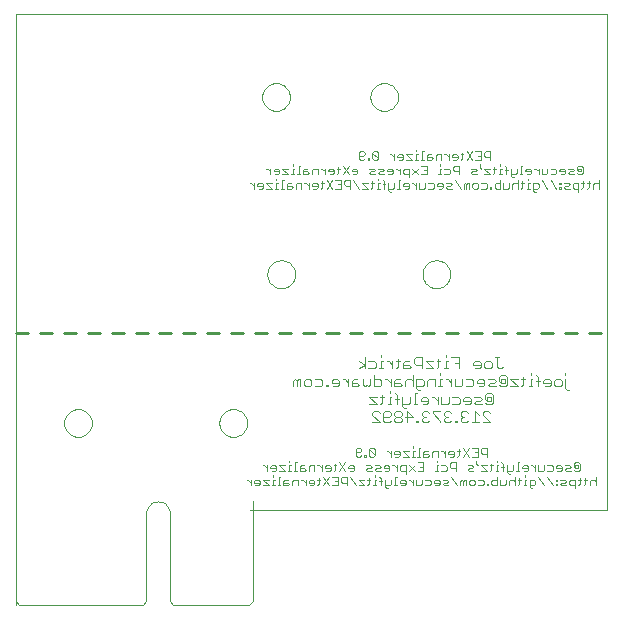
<source format=gbo>
G75*
%MOIN*%
%OFA0B0*%
%FSLAX24Y24*%
%IPPOS*%
%LPD*%
%AMOC8*
5,1,8,0,0,1.08239X$1,22.5*
%
%ADD10C,0.0000*%
%ADD11C,0.0030*%
%ADD12C,0.0100*%
%ADD13C,0.0028*%
D10*
X000150Y000110D02*
X000150Y019795D01*
X019835Y019795D01*
X019835Y003259D01*
X007926Y003259D01*
X006919Y006173D02*
X006921Y006216D01*
X006927Y006258D01*
X006937Y006300D01*
X006950Y006340D01*
X006968Y006379D01*
X006988Y006417D01*
X007013Y006452D01*
X007040Y006485D01*
X007070Y006515D01*
X007103Y006542D01*
X007138Y006567D01*
X007176Y006587D01*
X007215Y006605D01*
X007255Y006618D01*
X007297Y006628D01*
X007339Y006634D01*
X007382Y006636D01*
X007425Y006634D01*
X007467Y006628D01*
X007509Y006618D01*
X007549Y006605D01*
X007588Y006587D01*
X007626Y006567D01*
X007661Y006542D01*
X007694Y006515D01*
X007724Y006485D01*
X007751Y006452D01*
X007776Y006417D01*
X007796Y006379D01*
X007814Y006340D01*
X007827Y006300D01*
X007837Y006258D01*
X007843Y006216D01*
X007845Y006173D01*
X007843Y006130D01*
X007837Y006088D01*
X007827Y006046D01*
X007814Y006006D01*
X007796Y005967D01*
X007776Y005929D01*
X007751Y005894D01*
X007724Y005861D01*
X007694Y005831D01*
X007661Y005804D01*
X007626Y005779D01*
X007588Y005759D01*
X007549Y005741D01*
X007509Y005728D01*
X007467Y005718D01*
X007425Y005712D01*
X007382Y005710D01*
X007339Y005712D01*
X007297Y005718D01*
X007255Y005728D01*
X007215Y005741D01*
X007176Y005759D01*
X007138Y005779D01*
X007103Y005804D01*
X007070Y005831D01*
X007040Y005861D01*
X007013Y005894D01*
X006988Y005929D01*
X006968Y005967D01*
X006950Y006006D01*
X006937Y006046D01*
X006927Y006088D01*
X006921Y006130D01*
X006919Y006173D01*
X001746Y006173D02*
X001748Y006216D01*
X001754Y006258D01*
X001764Y006300D01*
X001777Y006340D01*
X001795Y006379D01*
X001815Y006417D01*
X001840Y006452D01*
X001867Y006485D01*
X001897Y006515D01*
X001930Y006542D01*
X001965Y006567D01*
X002003Y006587D01*
X002042Y006605D01*
X002082Y006618D01*
X002124Y006628D01*
X002166Y006634D01*
X002209Y006636D01*
X002252Y006634D01*
X002294Y006628D01*
X002336Y006618D01*
X002376Y006605D01*
X002415Y006587D01*
X002453Y006567D01*
X002488Y006542D01*
X002521Y006515D01*
X002551Y006485D01*
X002578Y006452D01*
X002603Y006417D01*
X002623Y006379D01*
X002641Y006340D01*
X002654Y006300D01*
X002664Y006258D01*
X002670Y006216D01*
X002672Y006173D01*
X002670Y006130D01*
X002664Y006088D01*
X002654Y006046D01*
X002641Y006006D01*
X002623Y005967D01*
X002603Y005929D01*
X002578Y005894D01*
X002551Y005861D01*
X002521Y005831D01*
X002488Y005804D01*
X002453Y005779D01*
X002415Y005759D01*
X002376Y005741D01*
X002336Y005728D01*
X002294Y005718D01*
X002252Y005712D01*
X002209Y005710D01*
X002166Y005712D01*
X002124Y005718D01*
X002082Y005728D01*
X002042Y005741D01*
X002003Y005759D01*
X001965Y005779D01*
X001930Y005804D01*
X001897Y005831D01*
X001867Y005861D01*
X001840Y005894D01*
X001815Y005929D01*
X001795Y005967D01*
X001777Y006006D01*
X001764Y006046D01*
X001754Y006088D01*
X001748Y006130D01*
X001746Y006173D01*
X008518Y011133D02*
X008520Y011176D01*
X008526Y011218D01*
X008536Y011260D01*
X008549Y011300D01*
X008567Y011339D01*
X008587Y011377D01*
X008612Y011412D01*
X008639Y011445D01*
X008669Y011475D01*
X008702Y011502D01*
X008737Y011527D01*
X008775Y011547D01*
X008814Y011565D01*
X008854Y011578D01*
X008896Y011588D01*
X008938Y011594D01*
X008981Y011596D01*
X009024Y011594D01*
X009066Y011588D01*
X009108Y011578D01*
X009148Y011565D01*
X009187Y011547D01*
X009225Y011527D01*
X009260Y011502D01*
X009293Y011475D01*
X009323Y011445D01*
X009350Y011412D01*
X009375Y011377D01*
X009395Y011339D01*
X009413Y011300D01*
X009426Y011260D01*
X009436Y011218D01*
X009442Y011176D01*
X009444Y011133D01*
X009442Y011090D01*
X009436Y011048D01*
X009426Y011006D01*
X009413Y010966D01*
X009395Y010927D01*
X009375Y010889D01*
X009350Y010854D01*
X009323Y010821D01*
X009293Y010791D01*
X009260Y010764D01*
X009225Y010739D01*
X009187Y010719D01*
X009148Y010701D01*
X009108Y010688D01*
X009066Y010678D01*
X009024Y010672D01*
X008981Y010670D01*
X008938Y010672D01*
X008896Y010678D01*
X008854Y010688D01*
X008814Y010701D01*
X008775Y010719D01*
X008737Y010739D01*
X008702Y010764D01*
X008669Y010791D01*
X008639Y010821D01*
X008612Y010854D01*
X008587Y010889D01*
X008567Y010927D01*
X008549Y010966D01*
X008536Y011006D01*
X008526Y011048D01*
X008520Y011090D01*
X008518Y011133D01*
X013691Y011133D02*
X013693Y011176D01*
X013699Y011218D01*
X013709Y011260D01*
X013722Y011300D01*
X013740Y011339D01*
X013760Y011377D01*
X013785Y011412D01*
X013812Y011445D01*
X013842Y011475D01*
X013875Y011502D01*
X013910Y011527D01*
X013948Y011547D01*
X013987Y011565D01*
X014027Y011578D01*
X014069Y011588D01*
X014111Y011594D01*
X014154Y011596D01*
X014197Y011594D01*
X014239Y011588D01*
X014281Y011578D01*
X014321Y011565D01*
X014360Y011547D01*
X014398Y011527D01*
X014433Y011502D01*
X014466Y011475D01*
X014496Y011445D01*
X014523Y011412D01*
X014548Y011377D01*
X014568Y011339D01*
X014586Y011300D01*
X014599Y011260D01*
X014609Y011218D01*
X014615Y011176D01*
X014617Y011133D01*
X014615Y011090D01*
X014609Y011048D01*
X014599Y011006D01*
X014586Y010966D01*
X014568Y010927D01*
X014548Y010889D01*
X014523Y010854D01*
X014496Y010821D01*
X014466Y010791D01*
X014433Y010764D01*
X014398Y010739D01*
X014360Y010719D01*
X014321Y010701D01*
X014281Y010688D01*
X014239Y010678D01*
X014197Y010672D01*
X014154Y010670D01*
X014111Y010672D01*
X014069Y010678D01*
X014027Y010688D01*
X013987Y010701D01*
X013948Y010719D01*
X013910Y010739D01*
X013875Y010764D01*
X013842Y010791D01*
X013812Y010821D01*
X013785Y010854D01*
X013760Y010889D01*
X013740Y010927D01*
X013722Y010966D01*
X013709Y011006D01*
X013699Y011048D01*
X013693Y011090D01*
X013691Y011133D01*
X011951Y017039D02*
X011953Y017082D01*
X011959Y017124D01*
X011969Y017166D01*
X011982Y017206D01*
X012000Y017245D01*
X012020Y017283D01*
X012045Y017318D01*
X012072Y017351D01*
X012102Y017381D01*
X012135Y017408D01*
X012170Y017433D01*
X012208Y017453D01*
X012247Y017471D01*
X012287Y017484D01*
X012329Y017494D01*
X012371Y017500D01*
X012414Y017502D01*
X012457Y017500D01*
X012499Y017494D01*
X012541Y017484D01*
X012581Y017471D01*
X012620Y017453D01*
X012658Y017433D01*
X012693Y017408D01*
X012726Y017381D01*
X012756Y017351D01*
X012783Y017318D01*
X012808Y017283D01*
X012828Y017245D01*
X012846Y017206D01*
X012859Y017166D01*
X012869Y017124D01*
X012875Y017082D01*
X012877Y017039D01*
X012875Y016996D01*
X012869Y016954D01*
X012859Y016912D01*
X012846Y016872D01*
X012828Y016833D01*
X012808Y016795D01*
X012783Y016760D01*
X012756Y016727D01*
X012726Y016697D01*
X012693Y016670D01*
X012658Y016645D01*
X012620Y016625D01*
X012581Y016607D01*
X012541Y016594D01*
X012499Y016584D01*
X012457Y016578D01*
X012414Y016576D01*
X012371Y016578D01*
X012329Y016584D01*
X012287Y016594D01*
X012247Y016607D01*
X012208Y016625D01*
X012170Y016645D01*
X012135Y016670D01*
X012102Y016697D01*
X012072Y016727D01*
X012045Y016760D01*
X012020Y016795D01*
X012000Y016833D01*
X011982Y016872D01*
X011969Y016912D01*
X011959Y016954D01*
X011953Y016996D01*
X011951Y017039D01*
X008348Y017039D02*
X008350Y017082D01*
X008356Y017124D01*
X008366Y017166D01*
X008379Y017206D01*
X008397Y017245D01*
X008417Y017283D01*
X008442Y017318D01*
X008469Y017351D01*
X008499Y017381D01*
X008532Y017408D01*
X008567Y017433D01*
X008605Y017453D01*
X008644Y017471D01*
X008684Y017484D01*
X008726Y017494D01*
X008768Y017500D01*
X008811Y017502D01*
X008854Y017500D01*
X008896Y017494D01*
X008938Y017484D01*
X008978Y017471D01*
X009017Y017453D01*
X009055Y017433D01*
X009090Y017408D01*
X009123Y017381D01*
X009153Y017351D01*
X009180Y017318D01*
X009205Y017283D01*
X009225Y017245D01*
X009243Y017206D01*
X009256Y017166D01*
X009266Y017124D01*
X009272Y017082D01*
X009274Y017039D01*
X009272Y016996D01*
X009266Y016954D01*
X009256Y016912D01*
X009243Y016872D01*
X009225Y016833D01*
X009205Y016795D01*
X009180Y016760D01*
X009153Y016727D01*
X009123Y016697D01*
X009090Y016670D01*
X009055Y016645D01*
X009017Y016625D01*
X008978Y016607D01*
X008938Y016594D01*
X008896Y016584D01*
X008854Y016578D01*
X008811Y016576D01*
X008768Y016578D01*
X008726Y016584D01*
X008684Y016594D01*
X008644Y016607D01*
X008605Y016625D01*
X008567Y016645D01*
X008532Y016670D01*
X008499Y016697D01*
X008469Y016727D01*
X008442Y016760D01*
X008417Y016795D01*
X008397Y016833D01*
X008379Y016872D01*
X008366Y016912D01*
X008356Y016954D01*
X008350Y016996D01*
X008348Y017039D01*
D11*
X009360Y014801D02*
X009360Y014753D01*
X009360Y014656D02*
X009360Y014463D01*
X009312Y014463D02*
X009409Y014463D01*
X009509Y014463D02*
X009605Y014463D01*
X009557Y014463D02*
X009557Y014753D01*
X009605Y014753D01*
X009706Y014608D02*
X009706Y014463D01*
X009852Y014463D01*
X009900Y014511D01*
X009852Y014559D01*
X009706Y014559D01*
X009706Y014608D02*
X009755Y014656D01*
X009852Y014656D01*
X010001Y014608D02*
X010001Y014463D01*
X010001Y014608D02*
X010049Y014656D01*
X010195Y014656D01*
X010195Y014463D01*
X010295Y014656D02*
X010343Y014656D01*
X010440Y014559D01*
X010440Y014463D02*
X010440Y014656D01*
X010541Y014608D02*
X010541Y014559D01*
X010735Y014559D01*
X010735Y014511D02*
X010735Y014608D01*
X010686Y014656D01*
X010590Y014656D01*
X010541Y014608D01*
X010590Y014463D02*
X010686Y014463D01*
X010735Y014511D01*
X010834Y014463D02*
X010883Y014511D01*
X010883Y014705D01*
X010931Y014656D02*
X010834Y014656D01*
X011032Y014753D02*
X011226Y014463D01*
X011327Y014559D02*
X011521Y014559D01*
X011521Y014511D02*
X011521Y014608D01*
X011472Y014656D01*
X011375Y014656D01*
X011327Y014608D01*
X011327Y014559D01*
X011375Y014463D02*
X011472Y014463D01*
X011521Y014511D01*
X011376Y014273D02*
X011570Y013983D01*
X011671Y013983D02*
X011864Y013983D01*
X011671Y014176D01*
X011864Y014176D01*
X011964Y014176D02*
X012061Y014176D01*
X012012Y014225D02*
X012012Y014031D01*
X011964Y013983D01*
X012160Y013983D02*
X012257Y013983D01*
X012209Y013983D02*
X012209Y014176D01*
X012257Y014176D01*
X012209Y014273D02*
X012209Y014321D01*
X012259Y014463D02*
X012211Y014511D01*
X012259Y014559D01*
X012356Y014559D01*
X012404Y014608D01*
X012356Y014656D01*
X012211Y014656D01*
X012110Y014608D02*
X012061Y014656D01*
X011916Y014656D01*
X011965Y014559D02*
X012061Y014559D01*
X012110Y014608D01*
X012110Y014463D02*
X011965Y014463D01*
X011916Y014511D01*
X011965Y014559D01*
X011913Y014943D02*
X011865Y014943D01*
X011865Y014991D01*
X011913Y014991D01*
X011913Y014943D01*
X012015Y014991D02*
X012063Y014943D01*
X012160Y014943D01*
X012208Y014991D01*
X012015Y015185D01*
X012015Y014991D01*
X012208Y014991D02*
X012208Y015185D01*
X012160Y015233D01*
X012063Y015233D01*
X012015Y015185D01*
X011766Y015185D02*
X011766Y015136D01*
X011718Y015088D01*
X011573Y015088D01*
X011573Y014991D02*
X011573Y015185D01*
X011621Y015233D01*
X011718Y015233D01*
X011766Y015185D01*
X011766Y014991D02*
X011718Y014943D01*
X011621Y014943D01*
X011573Y014991D01*
X011226Y014753D02*
X011032Y014463D01*
X010980Y014273D02*
X010980Y013983D01*
X010787Y013983D01*
X010686Y013983D02*
X010492Y014273D01*
X010391Y014176D02*
X010294Y014176D01*
X010343Y014225D02*
X010343Y014031D01*
X010294Y013983D01*
X010195Y014031D02*
X010195Y014128D01*
X010146Y014176D01*
X010049Y014176D01*
X010001Y014128D01*
X010001Y014079D01*
X010195Y014079D01*
X010195Y014031D02*
X010146Y013983D01*
X010049Y013983D01*
X009900Y013983D02*
X009900Y014176D01*
X009900Y014079D02*
X009803Y014176D01*
X009755Y014176D01*
X009654Y014176D02*
X009509Y014176D01*
X009461Y014128D01*
X009461Y013983D01*
X009360Y014031D02*
X009311Y014079D01*
X009166Y014079D01*
X009166Y014128D02*
X009166Y013983D01*
X009311Y013983D01*
X009360Y014031D01*
X009311Y014176D02*
X009215Y014176D01*
X009166Y014128D01*
X009065Y014273D02*
X009017Y014273D01*
X009017Y013983D01*
X009065Y013983D02*
X008968Y013983D01*
X008869Y013983D02*
X008772Y013983D01*
X008820Y013983D02*
X008820Y014176D01*
X008869Y014176D01*
X008820Y014273D02*
X008820Y014321D01*
X008773Y014463D02*
X008869Y014463D01*
X008918Y014511D01*
X008918Y014608D01*
X008869Y014656D01*
X008773Y014656D01*
X008724Y014608D01*
X008724Y014559D01*
X008918Y014559D01*
X009019Y014463D02*
X009212Y014463D01*
X009019Y014656D01*
X009212Y014656D01*
X009360Y014656D02*
X009409Y014656D01*
X009654Y014176D02*
X009654Y013983D01*
X010492Y013983D02*
X010686Y014273D01*
X010787Y014273D02*
X010980Y014273D01*
X011081Y014225D02*
X011081Y014128D01*
X011130Y014079D01*
X011275Y014079D01*
X011275Y013983D02*
X011275Y014273D01*
X011130Y014273D01*
X011081Y014225D01*
X010980Y014128D02*
X010884Y014128D01*
X012259Y014463D02*
X012404Y014463D01*
X012506Y014559D02*
X012699Y014559D01*
X012699Y014511D02*
X012699Y014608D01*
X012651Y014656D01*
X012554Y014656D01*
X012506Y014608D01*
X012506Y014559D01*
X012554Y014463D02*
X012651Y014463D01*
X012699Y014511D01*
X012800Y014656D02*
X012848Y014656D01*
X012945Y014559D01*
X012945Y014463D02*
X012945Y014656D01*
X013046Y014608D02*
X013046Y014511D01*
X013094Y014463D01*
X013239Y014463D01*
X013239Y014366D02*
X013239Y014656D01*
X013094Y014656D01*
X013046Y014608D01*
X013340Y014656D02*
X013534Y014463D01*
X013635Y014463D02*
X013829Y014463D01*
X013829Y014753D01*
X013635Y014753D01*
X013534Y014656D02*
X013340Y014463D01*
X013340Y014176D02*
X013388Y014176D01*
X013485Y014079D01*
X013485Y013983D02*
X013485Y014176D01*
X013586Y014176D02*
X013586Y013983D01*
X013731Y013983D01*
X013780Y014031D01*
X013780Y014176D01*
X013881Y014176D02*
X014026Y014176D01*
X014074Y014128D01*
X014074Y014031D01*
X014026Y013983D01*
X013881Y013983D01*
X014175Y014079D02*
X014369Y014079D01*
X014369Y014031D02*
X014369Y014128D01*
X014320Y014176D01*
X014224Y014176D01*
X014175Y014128D01*
X014175Y014079D01*
X014224Y013983D02*
X014320Y013983D01*
X014369Y014031D01*
X014470Y014031D02*
X014518Y014079D01*
X014615Y014079D01*
X014663Y014128D01*
X014615Y014176D01*
X014470Y014176D01*
X014470Y014031D02*
X014518Y013983D01*
X014663Y013983D01*
X014958Y013983D02*
X014765Y014273D01*
X014909Y014463D02*
X014909Y014753D01*
X014764Y014753D01*
X014716Y014705D01*
X014716Y014608D01*
X014764Y014559D01*
X014909Y014559D01*
X014614Y014511D02*
X014566Y014463D01*
X014421Y014463D01*
X014320Y014463D02*
X014223Y014463D01*
X014271Y014463D02*
X014271Y014656D01*
X014320Y014656D01*
X014421Y014656D02*
X014566Y014656D01*
X014614Y014608D01*
X014614Y014511D01*
X014271Y014753D02*
X014271Y014801D01*
X014320Y014943D02*
X014320Y015136D01*
X014175Y015136D01*
X014126Y015088D01*
X014126Y014943D01*
X014025Y014991D02*
X013977Y014943D01*
X013832Y014943D01*
X013832Y015088D01*
X013880Y015136D01*
X013977Y015136D01*
X013977Y015039D02*
X013832Y015039D01*
X013730Y014943D02*
X013634Y014943D01*
X013682Y014943D02*
X013682Y015233D01*
X013730Y015233D01*
X013534Y015136D02*
X013486Y015136D01*
X013486Y014943D01*
X013534Y014943D02*
X013437Y014943D01*
X013338Y014943D02*
X013144Y014943D01*
X013043Y014991D02*
X012995Y014943D01*
X012898Y014943D01*
X012849Y015039D02*
X013043Y015039D01*
X013043Y014991D02*
X013043Y015088D01*
X012995Y015136D01*
X012898Y015136D01*
X012849Y015088D01*
X012849Y015039D01*
X012748Y015039D02*
X012652Y015136D01*
X012603Y015136D01*
X012748Y015136D02*
X012748Y014943D01*
X013144Y015136D02*
X013338Y014943D01*
X013338Y015136D02*
X013144Y015136D01*
X013486Y015233D02*
X013486Y015281D01*
X013977Y015039D02*
X014025Y014991D01*
X014420Y015136D02*
X014469Y015136D01*
X014565Y015039D01*
X014565Y014943D02*
X014565Y015136D01*
X014666Y015088D02*
X014666Y015039D01*
X014860Y015039D01*
X014860Y014991D02*
X014860Y015088D01*
X014812Y015136D01*
X014715Y015136D01*
X014666Y015088D01*
X014715Y014943D02*
X014812Y014943D01*
X014860Y014991D01*
X014960Y014943D02*
X015008Y014991D01*
X015008Y015185D01*
X015056Y015136D02*
X014960Y015136D01*
X015158Y015233D02*
X015351Y014943D01*
X015452Y014943D02*
X015646Y014943D01*
X015646Y015233D01*
X015452Y015233D01*
X015351Y015233D02*
X015158Y014943D01*
X015305Y014656D02*
X015450Y014656D01*
X015498Y014608D01*
X015450Y014559D01*
X015353Y014559D01*
X015305Y014511D01*
X015353Y014463D01*
X015498Y014463D01*
X015646Y014656D02*
X015597Y014705D01*
X015597Y014801D01*
X015747Y014656D02*
X015940Y014463D01*
X015747Y014463D01*
X015747Y014656D02*
X015940Y014656D01*
X016040Y014656D02*
X016137Y014656D01*
X016088Y014705D02*
X016088Y014511D01*
X016040Y014463D01*
X016236Y014463D02*
X016333Y014463D01*
X016285Y014463D02*
X016285Y014656D01*
X016333Y014656D01*
X016285Y014753D02*
X016285Y014801D01*
X016433Y014753D02*
X016481Y014705D01*
X016481Y014463D01*
X016631Y014463D02*
X016776Y014463D01*
X016824Y014511D01*
X016824Y014656D01*
X016972Y014753D02*
X016972Y014463D01*
X016924Y014463D02*
X017021Y014463D01*
X017122Y014559D02*
X017315Y014559D01*
X017315Y014511D02*
X017315Y014608D01*
X017267Y014656D01*
X017170Y014656D01*
X017122Y014608D01*
X017122Y014559D01*
X017170Y014463D02*
X017267Y014463D01*
X017315Y014511D01*
X017416Y014656D02*
X017464Y014656D01*
X017561Y014559D01*
X017561Y014463D02*
X017561Y014656D01*
X017662Y014656D02*
X017662Y014463D01*
X017807Y014463D01*
X017856Y014511D01*
X017856Y014656D01*
X017957Y014656D02*
X018102Y014656D01*
X018150Y014608D01*
X018150Y014511D01*
X018102Y014463D01*
X017957Y014463D01*
X017957Y014273D02*
X018150Y013983D01*
X018249Y013983D02*
X018298Y013983D01*
X018298Y014031D01*
X018249Y014031D01*
X018249Y013983D01*
X018249Y014128D02*
X018298Y014128D01*
X018298Y014176D01*
X018249Y014176D01*
X018249Y014128D01*
X018399Y014176D02*
X018544Y014176D01*
X018592Y014128D01*
X018544Y014079D01*
X018447Y014079D01*
X018399Y014031D01*
X018447Y013983D01*
X018592Y013983D01*
X018693Y014031D02*
X018742Y013983D01*
X018887Y013983D01*
X018887Y013886D02*
X018887Y014176D01*
X018742Y014176D01*
X018693Y014128D01*
X018693Y014031D01*
X018987Y013983D02*
X019035Y014031D01*
X019035Y014225D01*
X019083Y014176D02*
X018987Y014176D01*
X019183Y014176D02*
X019280Y014176D01*
X019231Y014225D02*
X019231Y014031D01*
X019183Y013983D01*
X019381Y013983D02*
X019381Y014128D01*
X019429Y014176D01*
X019526Y014176D01*
X019574Y014128D01*
X019574Y014273D02*
X019574Y013983D01*
X019034Y014511D02*
X019034Y014705D01*
X018986Y014753D01*
X018889Y014753D01*
X018841Y014705D01*
X018841Y014608D01*
X018889Y014559D01*
X018889Y014656D01*
X018986Y014656D01*
X018986Y014559D01*
X018889Y014559D01*
X018841Y014511D02*
X018889Y014463D01*
X018986Y014463D01*
X019034Y014511D01*
X018740Y014463D02*
X018594Y014463D01*
X018546Y014511D01*
X018594Y014559D01*
X018691Y014559D01*
X018740Y014608D01*
X018691Y014656D01*
X018546Y014656D01*
X018445Y014608D02*
X018396Y014656D01*
X018300Y014656D01*
X018251Y014608D01*
X018251Y014559D01*
X018445Y014559D01*
X018445Y014511D02*
X018445Y014608D01*
X018445Y014511D02*
X018396Y014463D01*
X018300Y014463D01*
X017856Y013983D02*
X017662Y014273D01*
X017561Y014128D02*
X017561Y014031D01*
X017513Y013983D01*
X017367Y013983D01*
X017367Y013934D02*
X017367Y014176D01*
X017513Y014176D01*
X017561Y014128D01*
X017464Y013886D02*
X017416Y013886D01*
X017367Y013934D01*
X017266Y013983D02*
X017169Y013983D01*
X017218Y013983D02*
X017218Y014176D01*
X017266Y014176D01*
X017218Y014273D02*
X017218Y014321D01*
X017070Y014176D02*
X016973Y014176D01*
X017021Y014225D02*
X017021Y014031D01*
X016973Y013983D01*
X016873Y013983D02*
X016873Y014273D01*
X016825Y014176D02*
X016728Y014176D01*
X016680Y014128D01*
X016680Y013983D01*
X016579Y014031D02*
X016530Y013983D01*
X016385Y013983D01*
X016385Y014176D01*
X016284Y014176D02*
X016139Y014176D01*
X016091Y014128D01*
X016091Y014031D01*
X016139Y013983D01*
X016284Y013983D01*
X016284Y014273D01*
X015989Y014031D02*
X015941Y014031D01*
X015941Y013983D01*
X015989Y013983D01*
X015989Y014031D01*
X015842Y014031D02*
X015794Y013983D01*
X015649Y013983D01*
X015547Y014031D02*
X015499Y013983D01*
X015402Y013983D01*
X015354Y014031D01*
X015354Y014128D01*
X015402Y014176D01*
X015499Y014176D01*
X015547Y014128D01*
X015547Y014031D01*
X015649Y014176D02*
X015794Y014176D01*
X015842Y014128D01*
X015842Y014031D01*
X015253Y013983D02*
X015253Y014176D01*
X015204Y014176D01*
X015156Y014128D01*
X015108Y014176D01*
X015059Y014128D01*
X015059Y013983D01*
X015156Y013983D02*
X015156Y014128D01*
X015940Y014943D02*
X015940Y015233D01*
X015795Y015233D01*
X015747Y015185D01*
X015747Y015088D01*
X015795Y015039D01*
X015940Y015039D01*
X015646Y015088D02*
X015549Y015088D01*
X016433Y014608D02*
X016530Y014608D01*
X016631Y014656D02*
X016631Y014414D01*
X016679Y014366D01*
X016728Y014366D01*
X016825Y014176D02*
X016873Y014128D01*
X016579Y014176D02*
X016579Y014031D01*
X016972Y014753D02*
X017021Y014753D01*
X013829Y014608D02*
X013732Y014608D01*
X013239Y014128D02*
X013191Y014176D01*
X013094Y014176D01*
X013046Y014128D01*
X013046Y014079D01*
X013239Y014079D01*
X013239Y014031D02*
X013239Y014128D01*
X013239Y014031D02*
X013191Y013983D01*
X013094Y013983D01*
X012945Y013983D02*
X012848Y013983D01*
X012896Y013983D02*
X012896Y014273D01*
X012945Y014273D01*
X012748Y014176D02*
X012748Y014031D01*
X012700Y013983D01*
X012555Y013983D01*
X012555Y013934D02*
X012603Y013886D01*
X012652Y013886D01*
X012555Y013934D02*
X012555Y014176D01*
X012454Y014128D02*
X012357Y014128D01*
X012405Y014225D02*
X012357Y014273D01*
X012405Y014225D02*
X012405Y013983D01*
X008672Y013983D02*
X008479Y013983D01*
X008378Y014031D02*
X008378Y014128D01*
X008329Y014176D01*
X008232Y014176D01*
X008184Y014128D01*
X008184Y014079D01*
X008378Y014079D01*
X008378Y014031D02*
X008329Y013983D01*
X008232Y013983D01*
X008083Y013983D02*
X008083Y014176D01*
X008083Y014079D02*
X007986Y014176D01*
X007938Y014176D01*
X008479Y014176D02*
X008672Y013983D01*
X008672Y014176D02*
X008479Y014176D01*
X008623Y014463D02*
X008623Y014656D01*
X008623Y014559D02*
X008526Y014656D01*
X008478Y014656D01*
X012318Y008425D02*
X012318Y008363D01*
X012318Y008239D02*
X012318Y007993D01*
X012380Y007993D02*
X012256Y007993D01*
X012134Y008054D02*
X012134Y008178D01*
X012073Y008239D01*
X011887Y008239D01*
X011766Y008116D02*
X011581Y008239D01*
X011766Y008116D02*
X011581Y007993D01*
X011766Y007993D02*
X011766Y008363D01*
X011887Y007993D02*
X012073Y007993D01*
X012134Y008054D01*
X012318Y008239D02*
X012380Y008239D01*
X012502Y008239D02*
X012563Y008239D01*
X012687Y008116D01*
X012687Y007993D02*
X012687Y008239D01*
X012809Y008239D02*
X012932Y008239D01*
X012871Y008301D02*
X012871Y008054D01*
X012809Y007993D01*
X013054Y007993D02*
X013054Y008178D01*
X013116Y008239D01*
X013239Y008239D01*
X013239Y008116D02*
X013054Y008116D01*
X013054Y007993D02*
X013239Y007993D01*
X013301Y008054D01*
X013239Y008116D01*
X013422Y008178D02*
X013484Y008116D01*
X013669Y008116D01*
X013669Y007993D02*
X013669Y008363D01*
X013484Y008363D01*
X013422Y008301D01*
X013422Y008178D01*
X013790Y008239D02*
X014037Y007993D01*
X013790Y007993D01*
X013790Y008239D02*
X014037Y008239D01*
X014159Y008239D02*
X014283Y008239D01*
X014221Y008301D02*
X014221Y008054D01*
X014159Y007993D01*
X014283Y007825D02*
X014283Y007763D01*
X014283Y007639D02*
X014283Y007393D01*
X014344Y007393D02*
X014221Y007393D01*
X014099Y007393D02*
X014099Y007639D01*
X013914Y007639D01*
X013852Y007578D01*
X013852Y007393D01*
X013730Y007454D02*
X013730Y007578D01*
X013669Y007639D01*
X013484Y007639D01*
X013484Y007331D01*
X013545Y007269D01*
X013607Y007269D01*
X013669Y007393D02*
X013484Y007393D01*
X013362Y007393D02*
X013362Y007763D01*
X013300Y007639D02*
X013177Y007639D01*
X013115Y007578D01*
X013115Y007393D01*
X012994Y007454D02*
X012932Y007516D01*
X012747Y007516D01*
X012747Y007578D02*
X012747Y007393D01*
X012932Y007393D01*
X012994Y007454D01*
X012932Y007639D02*
X012809Y007639D01*
X012747Y007578D01*
X012625Y007639D02*
X012625Y007393D01*
X012625Y007516D02*
X012502Y007639D01*
X012440Y007639D01*
X012319Y007578D02*
X012319Y007454D01*
X012257Y007393D01*
X012072Y007393D01*
X012072Y007763D01*
X012072Y007639D02*
X012257Y007639D01*
X012319Y007578D01*
X011950Y007639D02*
X011950Y007454D01*
X011888Y007393D01*
X011827Y007454D01*
X011765Y007393D01*
X011703Y007454D01*
X011703Y007639D01*
X011520Y007639D02*
X011397Y007639D01*
X011335Y007578D01*
X011335Y007393D01*
X011520Y007393D01*
X011582Y007454D01*
X011520Y007516D01*
X011335Y007516D01*
X011214Y007516D02*
X011090Y007639D01*
X011028Y007639D01*
X010907Y007578D02*
X010907Y007454D01*
X010845Y007393D01*
X010721Y007393D01*
X010660Y007516D02*
X010907Y007516D01*
X010907Y007578D02*
X010845Y007639D01*
X010721Y007639D01*
X010660Y007578D01*
X010660Y007516D01*
X010538Y007454D02*
X010477Y007454D01*
X010477Y007393D01*
X010538Y007393D01*
X010538Y007454D01*
X010354Y007454D02*
X010354Y007578D01*
X010292Y007639D01*
X010107Y007639D01*
X009986Y007578D02*
X009986Y007454D01*
X009924Y007393D01*
X009801Y007393D01*
X009739Y007454D01*
X009739Y007578D01*
X009801Y007639D01*
X009924Y007639D01*
X009986Y007578D01*
X010107Y007393D02*
X010292Y007393D01*
X010354Y007454D01*
X009618Y007393D02*
X009618Y007639D01*
X009556Y007639D01*
X009494Y007578D01*
X009432Y007639D01*
X009371Y007578D01*
X009371Y007393D01*
X009494Y007393D02*
X009494Y007578D01*
X011214Y007639D02*
X011214Y007393D01*
X011918Y007039D02*
X012165Y006793D01*
X011918Y006793D01*
X011918Y007039D02*
X012165Y007039D01*
X012287Y007039D02*
X012411Y007039D01*
X012349Y007101D02*
X012349Y006854D01*
X012287Y006793D01*
X012533Y006793D02*
X012656Y006793D01*
X012594Y006793D02*
X012594Y007039D01*
X012656Y007039D01*
X012778Y006978D02*
X012902Y006978D01*
X013023Y007039D02*
X013023Y006731D01*
X013085Y006669D01*
X013147Y006669D01*
X013177Y006563D02*
X013362Y006378D01*
X013115Y006378D01*
X012994Y006439D02*
X012994Y006501D01*
X012932Y006563D01*
X012809Y006563D01*
X012747Y006501D01*
X012747Y006439D01*
X012809Y006378D01*
X012932Y006378D01*
X012994Y006439D01*
X012932Y006378D02*
X012994Y006316D01*
X012994Y006254D01*
X012932Y006193D01*
X012809Y006193D01*
X012747Y006254D01*
X012747Y006316D01*
X012809Y006378D01*
X012625Y006439D02*
X012564Y006378D01*
X012379Y006378D01*
X012379Y006501D02*
X012440Y006563D01*
X012564Y006563D01*
X012625Y006501D01*
X012625Y006439D01*
X012625Y006254D02*
X012564Y006193D01*
X012440Y006193D01*
X012379Y006254D01*
X012379Y006501D01*
X012257Y006501D02*
X012195Y006563D01*
X012072Y006563D01*
X012010Y006501D01*
X012010Y006439D01*
X012257Y006193D01*
X012010Y006193D01*
X012840Y006793D02*
X012840Y007101D01*
X012778Y007163D01*
X012594Y007163D02*
X012594Y007225D01*
X013023Y006793D02*
X013208Y006793D01*
X013270Y006854D01*
X013270Y007039D01*
X013454Y007163D02*
X013454Y006793D01*
X013516Y006793D02*
X013392Y006793D01*
X013637Y006916D02*
X013637Y006978D01*
X013699Y007039D01*
X013822Y007039D01*
X013884Y006978D01*
X013884Y006854D01*
X013822Y006793D01*
X013699Y006793D01*
X013637Y006916D02*
X013884Y006916D01*
X014006Y007039D02*
X014067Y007039D01*
X014191Y006916D01*
X014191Y006793D02*
X014191Y007039D01*
X014312Y007039D02*
X014312Y006793D01*
X014497Y006793D01*
X014559Y006854D01*
X014559Y007039D01*
X014681Y007039D02*
X014866Y007039D01*
X014927Y006978D01*
X014927Y006854D01*
X014866Y006793D01*
X014681Y006793D01*
X014589Y006563D02*
X014466Y006563D01*
X014404Y006501D01*
X014404Y006439D01*
X014466Y006378D01*
X014404Y006316D01*
X014404Y006254D01*
X014466Y006193D01*
X014589Y006193D01*
X014651Y006254D01*
X014774Y006254D02*
X014774Y006193D01*
X014835Y006193D01*
X014835Y006254D01*
X014774Y006254D01*
X014957Y006254D02*
X015018Y006193D01*
X015142Y006193D01*
X015204Y006254D01*
X015325Y006193D02*
X015572Y006193D01*
X015693Y006193D02*
X015940Y006193D01*
X015693Y006439D01*
X015693Y006501D01*
X015755Y006563D01*
X015879Y006563D01*
X015940Y006501D01*
X015971Y006793D02*
X016032Y006854D01*
X016032Y007101D01*
X015971Y007163D01*
X015847Y007163D01*
X015785Y007101D01*
X015785Y006978D01*
X015847Y006916D01*
X015847Y007039D01*
X015971Y007039D01*
X015971Y006916D01*
X015847Y006916D01*
X015785Y006854D02*
X015847Y006793D01*
X015971Y006793D01*
X015664Y006793D02*
X015479Y006793D01*
X015417Y006854D01*
X015479Y006916D01*
X015602Y006916D01*
X015664Y006978D01*
X015602Y007039D01*
X015417Y007039D01*
X015296Y006978D02*
X015296Y006854D01*
X015234Y006793D01*
X015111Y006793D01*
X015049Y006916D02*
X015296Y006916D01*
X015296Y006978D02*
X015234Y007039D01*
X015111Y007039D01*
X015049Y006978D01*
X015049Y006916D01*
X015018Y006563D02*
X014957Y006501D01*
X014957Y006439D01*
X015018Y006378D01*
X014957Y006316D01*
X014957Y006254D01*
X015018Y006378D02*
X015080Y006378D01*
X015204Y006501D02*
X015142Y006563D01*
X015018Y006563D01*
X014651Y006501D02*
X014589Y006563D01*
X014528Y006378D02*
X014466Y006378D01*
X014283Y006254D02*
X014283Y006193D01*
X014283Y006254D02*
X014036Y006501D01*
X014036Y006563D01*
X014283Y006563D01*
X013915Y006501D02*
X013853Y006563D01*
X013729Y006563D01*
X013668Y006501D01*
X013668Y006439D01*
X013729Y006378D01*
X013668Y006316D01*
X013668Y006254D01*
X013729Y006193D01*
X013853Y006193D01*
X013915Y006254D01*
X013791Y006378D02*
X013729Y006378D01*
X013546Y006254D02*
X013484Y006254D01*
X013484Y006193D01*
X013546Y006193D01*
X013546Y006254D01*
X013177Y006193D02*
X013177Y006563D01*
X013454Y007163D02*
X013516Y007163D01*
X013669Y007393D02*
X013730Y007454D01*
X013362Y007578D02*
X013300Y007639D01*
X014283Y007639D02*
X014344Y007639D01*
X014466Y007639D02*
X014528Y007639D01*
X014651Y007516D01*
X014651Y007393D02*
X014651Y007639D01*
X014773Y007639D02*
X014773Y007393D01*
X014958Y007393D01*
X015019Y007454D01*
X015019Y007639D01*
X015141Y007639D02*
X015326Y007639D01*
X015388Y007578D01*
X015388Y007454D01*
X015326Y007393D01*
X015141Y007393D01*
X015509Y007516D02*
X015756Y007516D01*
X015756Y007454D02*
X015756Y007578D01*
X015694Y007639D01*
X015571Y007639D01*
X015509Y007578D01*
X015509Y007516D01*
X015571Y007393D02*
X015694Y007393D01*
X015756Y007454D01*
X015878Y007454D02*
X015939Y007516D01*
X016063Y007516D01*
X016124Y007578D01*
X016063Y007639D01*
X015878Y007639D01*
X015878Y007454D02*
X015939Y007393D01*
X016124Y007393D01*
X016246Y007454D02*
X016308Y007393D01*
X016431Y007393D01*
X016493Y007454D01*
X016493Y007701D01*
X016431Y007763D01*
X016308Y007763D01*
X016246Y007701D01*
X016246Y007578D01*
X016308Y007516D01*
X016308Y007639D01*
X016431Y007639D01*
X016431Y007516D01*
X016308Y007516D01*
X016614Y007639D02*
X016861Y007393D01*
X016614Y007393D01*
X016614Y007639D02*
X016861Y007639D01*
X016983Y007639D02*
X017107Y007639D01*
X017045Y007701D02*
X017045Y007454D01*
X016983Y007393D01*
X017229Y007393D02*
X017352Y007393D01*
X017290Y007393D02*
X017290Y007639D01*
X017352Y007639D01*
X017474Y007578D02*
X017598Y007578D01*
X017719Y007578D02*
X017719Y007516D01*
X017966Y007516D01*
X017966Y007454D02*
X017966Y007578D01*
X017904Y007639D01*
X017781Y007639D01*
X017719Y007578D01*
X017781Y007393D02*
X017904Y007393D01*
X017966Y007454D01*
X018087Y007454D02*
X018087Y007578D01*
X018149Y007639D01*
X018273Y007639D01*
X018334Y007578D01*
X018334Y007454D01*
X018273Y007393D01*
X018149Y007393D01*
X018087Y007454D01*
X018456Y007331D02*
X018456Y007639D01*
X018456Y007763D02*
X018456Y007825D01*
X018456Y007331D02*
X018518Y007269D01*
X018580Y007269D01*
X017536Y007393D02*
X017536Y007701D01*
X017474Y007763D01*
X017290Y007763D02*
X017290Y007825D01*
X016370Y008054D02*
X016308Y007993D01*
X016247Y007993D01*
X016185Y008054D01*
X016185Y008363D01*
X016247Y008363D02*
X016123Y008363D01*
X015940Y008239D02*
X016002Y008178D01*
X016002Y008054D01*
X015940Y007993D01*
X015816Y007993D01*
X015755Y008054D01*
X015755Y008178D01*
X015816Y008239D01*
X015940Y008239D01*
X015633Y008178D02*
X015633Y008054D01*
X015572Y007993D01*
X015448Y007993D01*
X015386Y008116D02*
X015633Y008116D01*
X015633Y008178D02*
X015572Y008239D01*
X015448Y008239D01*
X015386Y008178D01*
X015386Y008116D01*
X014897Y008178D02*
X014773Y008178D01*
X014897Y008363D02*
X014650Y008363D01*
X014528Y008239D02*
X014467Y008239D01*
X014467Y007993D01*
X014528Y007993D02*
X014405Y007993D01*
X014467Y008363D02*
X014467Y008425D01*
X014897Y008363D02*
X014897Y007993D01*
X015449Y006563D02*
X015449Y006193D01*
X015572Y006439D02*
X015449Y006563D01*
X015535Y005344D02*
X015342Y005344D01*
X015241Y005344D02*
X015047Y005053D01*
X014898Y005102D02*
X014898Y005295D01*
X014946Y005247D02*
X014849Y005247D01*
X014750Y005198D02*
X014750Y005102D01*
X014701Y005053D01*
X014605Y005053D01*
X014556Y005150D02*
X014750Y005150D01*
X014750Y005198D02*
X014701Y005247D01*
X014605Y005247D01*
X014556Y005198D01*
X014556Y005150D01*
X014455Y005150D02*
X014358Y005247D01*
X014310Y005247D01*
X014209Y005247D02*
X014064Y005247D01*
X014016Y005198D01*
X014016Y005053D01*
X013915Y005102D02*
X013866Y005150D01*
X013721Y005150D01*
X013721Y005198D02*
X013721Y005053D01*
X013866Y005053D01*
X013915Y005102D01*
X013866Y005247D02*
X013770Y005247D01*
X013721Y005198D01*
X013620Y005053D02*
X013523Y005053D01*
X013572Y005053D02*
X013572Y005344D01*
X013620Y005344D01*
X013424Y005247D02*
X013375Y005247D01*
X013375Y005053D01*
X013327Y005053D02*
X013424Y005053D01*
X013227Y005053D02*
X013034Y005053D01*
X012933Y005102D02*
X012933Y005198D01*
X012884Y005247D01*
X012788Y005247D01*
X012739Y005198D01*
X012739Y005150D01*
X012933Y005150D01*
X012933Y005102D02*
X012884Y005053D01*
X012788Y005053D01*
X012638Y005053D02*
X012638Y005247D01*
X012638Y005150D02*
X012541Y005247D01*
X012493Y005247D01*
X012098Y005295D02*
X012098Y005102D01*
X011904Y005295D01*
X011904Y005102D01*
X011953Y005053D01*
X012049Y005053D01*
X012098Y005102D01*
X012098Y005295D02*
X012049Y005344D01*
X011953Y005344D01*
X011904Y005295D01*
X011803Y005102D02*
X011755Y005102D01*
X011755Y005053D01*
X011803Y005053D01*
X011803Y005102D01*
X011656Y005102D02*
X011607Y005053D01*
X011511Y005053D01*
X011462Y005102D01*
X011462Y005295D01*
X011511Y005344D01*
X011607Y005344D01*
X011656Y005295D01*
X011656Y005247D01*
X011607Y005198D01*
X011462Y005198D01*
X011116Y004864D02*
X010922Y004573D01*
X010773Y004622D02*
X010724Y004573D01*
X010773Y004622D02*
X010773Y004815D01*
X010821Y004767D02*
X010724Y004767D01*
X010625Y004718D02*
X010576Y004767D01*
X010479Y004767D01*
X010431Y004718D01*
X010431Y004670D01*
X010625Y004670D01*
X010625Y004622D02*
X010625Y004718D01*
X010625Y004622D02*
X010576Y004573D01*
X010479Y004573D01*
X010330Y004573D02*
X010330Y004767D01*
X010233Y004767D02*
X010185Y004767D01*
X010233Y004767D02*
X010330Y004670D01*
X010084Y004573D02*
X010084Y004767D01*
X009939Y004767D01*
X009891Y004718D01*
X009891Y004573D01*
X009790Y004622D02*
X009741Y004670D01*
X009596Y004670D01*
X009596Y004718D02*
X009596Y004573D01*
X009741Y004573D01*
X009790Y004622D01*
X009741Y004767D02*
X009645Y004767D01*
X009596Y004718D01*
X009495Y004573D02*
X009398Y004573D01*
X009447Y004573D02*
X009447Y004864D01*
X009495Y004864D01*
X009299Y004767D02*
X009250Y004767D01*
X009250Y004573D01*
X009202Y004573D02*
X009299Y004573D01*
X009102Y004573D02*
X008909Y004573D01*
X008808Y004622D02*
X008808Y004718D01*
X008759Y004767D01*
X008662Y004767D01*
X008614Y004718D01*
X008614Y004670D01*
X008808Y004670D01*
X008808Y004622D02*
X008759Y004573D01*
X008662Y004573D01*
X008710Y004432D02*
X008710Y004384D01*
X008710Y004287D02*
X008710Y004093D01*
X008758Y004093D02*
X008662Y004093D01*
X008562Y004093D02*
X008368Y004093D01*
X008267Y004142D02*
X008267Y004238D01*
X008219Y004287D01*
X008122Y004287D01*
X008074Y004238D01*
X008074Y004190D01*
X008267Y004190D01*
X008267Y004142D02*
X008219Y004093D01*
X008122Y004093D01*
X007973Y004093D02*
X007973Y004287D01*
X007973Y004190D02*
X007876Y004287D01*
X007828Y004287D01*
X008368Y004287D02*
X008562Y004093D01*
X008562Y004287D02*
X008368Y004287D01*
X008513Y004573D02*
X008513Y004767D01*
X008416Y004767D02*
X008368Y004767D01*
X008416Y004767D02*
X008513Y004670D01*
X008909Y004767D02*
X009102Y004573D01*
X009102Y004767D02*
X008909Y004767D01*
X008906Y004384D02*
X008906Y004093D01*
X008858Y004093D02*
X008955Y004093D01*
X009056Y004093D02*
X009056Y004238D01*
X009104Y004287D01*
X009201Y004287D01*
X009201Y004190D02*
X009056Y004190D01*
X009056Y004093D02*
X009201Y004093D01*
X009250Y004142D01*
X009201Y004190D01*
X009351Y004238D02*
X009351Y004093D01*
X009351Y004238D02*
X009399Y004287D01*
X009544Y004287D01*
X009544Y004093D01*
X009645Y004287D02*
X009693Y004287D01*
X009790Y004190D01*
X009790Y004093D02*
X009790Y004287D01*
X009891Y004238D02*
X009891Y004190D01*
X010084Y004190D01*
X010084Y004142D02*
X010084Y004238D01*
X010036Y004287D01*
X009939Y004287D01*
X009891Y004238D01*
X009939Y004093D02*
X010036Y004093D01*
X010084Y004142D01*
X010184Y004093D02*
X010232Y004142D01*
X010232Y004335D01*
X010184Y004287D02*
X010281Y004287D01*
X010382Y004384D02*
X010575Y004093D01*
X010677Y004093D02*
X010870Y004093D01*
X010870Y004384D01*
X010677Y004384D01*
X010575Y004384D02*
X010382Y004093D01*
X010773Y004238D02*
X010870Y004238D01*
X010971Y004238D02*
X011020Y004190D01*
X011165Y004190D01*
X011165Y004093D02*
X011165Y004384D01*
X011020Y004384D01*
X010971Y004335D01*
X010971Y004238D01*
X011116Y004573D02*
X010922Y004864D01*
X011217Y004718D02*
X011217Y004670D01*
X011410Y004670D01*
X011410Y004622D02*
X011410Y004718D01*
X011362Y004767D01*
X011265Y004767D01*
X011217Y004718D01*
X011265Y004573D02*
X011362Y004573D01*
X011410Y004622D01*
X011266Y004384D02*
X011459Y004093D01*
X011561Y004093D02*
X011754Y004093D01*
X011561Y004287D01*
X011754Y004287D01*
X011854Y004287D02*
X011950Y004287D01*
X011902Y004335D02*
X011902Y004142D01*
X011854Y004093D01*
X012050Y004093D02*
X012147Y004093D01*
X012099Y004093D02*
X012099Y004287D01*
X012147Y004287D01*
X012099Y004384D02*
X012099Y004432D01*
X012149Y004573D02*
X012101Y004622D01*
X012149Y004670D01*
X012246Y004670D01*
X012294Y004718D01*
X012246Y004767D01*
X012101Y004767D01*
X012000Y004718D02*
X011951Y004767D01*
X011806Y004767D01*
X011854Y004670D02*
X011951Y004670D01*
X012000Y004718D01*
X012000Y004573D02*
X011854Y004573D01*
X011806Y004622D01*
X011854Y004670D01*
X012149Y004573D02*
X012294Y004573D01*
X012395Y004670D02*
X012589Y004670D01*
X012589Y004622D02*
X012589Y004718D01*
X012541Y004767D01*
X012444Y004767D01*
X012395Y004718D01*
X012395Y004670D01*
X012444Y004573D02*
X012541Y004573D01*
X012589Y004622D01*
X012689Y004767D02*
X012738Y004767D01*
X012834Y004670D01*
X012834Y004573D02*
X012834Y004767D01*
X012936Y004718D02*
X012936Y004622D01*
X012984Y004573D01*
X013129Y004573D01*
X013129Y004477D02*
X013129Y004767D01*
X012984Y004767D01*
X012936Y004718D01*
X012834Y004384D02*
X012786Y004384D01*
X012786Y004093D01*
X012834Y004093D02*
X012738Y004093D01*
X012638Y004142D02*
X012590Y004093D01*
X012445Y004093D01*
X012445Y004045D02*
X012493Y003997D01*
X012541Y003997D01*
X012445Y004045D02*
X012445Y004287D01*
X012343Y004238D02*
X012247Y004238D01*
X012295Y004335D02*
X012247Y004384D01*
X012295Y004335D02*
X012295Y004093D01*
X012638Y004142D02*
X012638Y004287D01*
X012936Y004238D02*
X012936Y004190D01*
X013129Y004190D01*
X013129Y004142D02*
X013129Y004238D01*
X013081Y004287D01*
X012984Y004287D01*
X012936Y004238D01*
X012984Y004093D02*
X013081Y004093D01*
X013129Y004142D01*
X013230Y004287D02*
X013278Y004287D01*
X013375Y004190D01*
X013375Y004093D02*
X013375Y004287D01*
X013476Y004287D02*
X013476Y004093D01*
X013621Y004093D01*
X013669Y004142D01*
X013669Y004287D01*
X013770Y004287D02*
X013916Y004287D01*
X013964Y004238D01*
X013964Y004142D01*
X013916Y004093D01*
X013770Y004093D01*
X014065Y004190D02*
X014259Y004190D01*
X014259Y004142D02*
X014259Y004238D01*
X014210Y004287D01*
X014113Y004287D01*
X014065Y004238D01*
X014065Y004190D01*
X014113Y004093D02*
X014210Y004093D01*
X014259Y004142D01*
X014360Y004142D02*
X014408Y004190D01*
X014505Y004190D01*
X014553Y004238D01*
X014505Y004287D01*
X014360Y004287D01*
X014360Y004142D02*
X014408Y004093D01*
X014553Y004093D01*
X014848Y004093D02*
X014654Y004384D01*
X014799Y004573D02*
X014799Y004864D01*
X014654Y004864D01*
X014605Y004815D01*
X014605Y004718D01*
X014654Y004670D01*
X014799Y004670D01*
X014504Y004622D02*
X014456Y004573D01*
X014311Y004573D01*
X014209Y004573D02*
X014113Y004573D01*
X014161Y004573D02*
X014161Y004767D01*
X014209Y004767D01*
X014311Y004767D02*
X014456Y004767D01*
X014504Y004718D01*
X014504Y004622D01*
X014161Y004864D02*
X014161Y004912D01*
X014209Y005053D02*
X014209Y005247D01*
X014455Y005247D02*
X014455Y005053D01*
X014849Y005053D02*
X014898Y005102D01*
X015047Y005344D02*
X015241Y005053D01*
X015342Y005053D02*
X015535Y005053D01*
X015535Y005344D01*
X015637Y005295D02*
X015637Y005198D01*
X015685Y005150D01*
X015830Y005150D01*
X015830Y005053D02*
X015830Y005344D01*
X015685Y005344D01*
X015637Y005295D01*
X015535Y005198D02*
X015439Y005198D01*
X015487Y004912D02*
X015487Y004815D01*
X015535Y004767D01*
X015637Y004767D02*
X015830Y004573D01*
X015637Y004573D01*
X015637Y004767D02*
X015830Y004767D01*
X015930Y004767D02*
X016027Y004767D01*
X015978Y004815D02*
X015978Y004622D01*
X015930Y004573D01*
X016126Y004573D02*
X016223Y004573D01*
X016175Y004573D02*
X016175Y004767D01*
X016223Y004767D01*
X016175Y004864D02*
X016175Y004912D01*
X016323Y004864D02*
X016371Y004815D01*
X016371Y004573D01*
X016521Y004573D02*
X016666Y004573D01*
X016714Y004622D01*
X016714Y004767D01*
X016862Y004864D02*
X016862Y004573D01*
X016910Y004573D02*
X016814Y004573D01*
X016763Y004384D02*
X016763Y004093D01*
X016863Y004093D02*
X016911Y004142D01*
X016911Y004335D01*
X016863Y004287D02*
X016960Y004287D01*
X017108Y004287D02*
X017108Y004093D01*
X017156Y004093D02*
X017059Y004093D01*
X017257Y004093D02*
X017402Y004093D01*
X017451Y004142D01*
X017451Y004238D01*
X017402Y004287D01*
X017257Y004287D01*
X017257Y004045D01*
X017306Y003997D01*
X017354Y003997D01*
X017156Y004287D02*
X017108Y004287D01*
X017108Y004384D02*
X017108Y004432D01*
X017060Y004573D02*
X017157Y004573D01*
X017205Y004622D01*
X017205Y004718D01*
X017157Y004767D01*
X017060Y004767D01*
X017012Y004718D01*
X017012Y004670D01*
X017205Y004670D01*
X017306Y004767D02*
X017354Y004767D01*
X017451Y004670D01*
X017451Y004573D02*
X017451Y004767D01*
X017552Y004767D02*
X017552Y004573D01*
X017697Y004573D01*
X017745Y004622D01*
X017745Y004767D01*
X017846Y004767D02*
X017992Y004767D01*
X018040Y004718D01*
X018040Y004622D01*
X017992Y004573D01*
X017846Y004573D01*
X017846Y004384D02*
X018040Y004093D01*
X018139Y004093D02*
X018187Y004093D01*
X018187Y004142D01*
X018139Y004142D01*
X018139Y004093D01*
X018139Y004238D02*
X018187Y004238D01*
X018187Y004287D01*
X018139Y004287D01*
X018139Y004238D01*
X018288Y004287D02*
X018434Y004287D01*
X018482Y004238D01*
X018434Y004190D01*
X018337Y004190D01*
X018288Y004142D01*
X018337Y004093D01*
X018482Y004093D01*
X018583Y004142D02*
X018583Y004238D01*
X018631Y004287D01*
X018777Y004287D01*
X018777Y003997D01*
X018777Y004093D02*
X018631Y004093D01*
X018583Y004142D01*
X018876Y004093D02*
X018925Y004142D01*
X018925Y004335D01*
X018973Y004287D02*
X018876Y004287D01*
X019073Y004287D02*
X019169Y004287D01*
X019121Y004335D02*
X019121Y004142D01*
X019073Y004093D01*
X019271Y004093D02*
X019271Y004238D01*
X019319Y004287D01*
X019416Y004287D01*
X019464Y004238D01*
X019464Y004093D02*
X019464Y004384D01*
X018924Y004622D02*
X018876Y004573D01*
X018779Y004573D01*
X018730Y004622D01*
X018779Y004670D02*
X018730Y004718D01*
X018730Y004815D01*
X018779Y004864D01*
X018876Y004864D01*
X018924Y004815D01*
X018924Y004622D01*
X018876Y004670D02*
X018876Y004767D01*
X018779Y004767D01*
X018779Y004670D01*
X018876Y004670D01*
X018629Y004718D02*
X018581Y004767D01*
X018436Y004767D01*
X018484Y004670D02*
X018581Y004670D01*
X018629Y004718D01*
X018629Y004573D02*
X018484Y004573D01*
X018436Y004622D01*
X018484Y004670D01*
X018335Y004670D02*
X018141Y004670D01*
X018141Y004718D01*
X018189Y004767D01*
X018286Y004767D01*
X018335Y004718D01*
X018335Y004622D01*
X018286Y004573D01*
X018189Y004573D01*
X017745Y004093D02*
X017552Y004384D01*
X016910Y004864D02*
X016862Y004864D01*
X016521Y004767D02*
X016521Y004525D01*
X016569Y004477D01*
X016617Y004477D01*
X016618Y004287D02*
X016570Y004238D01*
X016570Y004093D01*
X016468Y004142D02*
X016420Y004093D01*
X016275Y004093D01*
X016275Y004287D01*
X016174Y004287D02*
X016029Y004287D01*
X015980Y004238D01*
X015980Y004142D01*
X016029Y004093D01*
X016174Y004093D01*
X016174Y004384D01*
X016468Y004287D02*
X016468Y004142D01*
X016618Y004287D02*
X016715Y004287D01*
X016763Y004238D01*
X016419Y004718D02*
X016323Y004718D01*
X015879Y004142D02*
X015831Y004142D01*
X015831Y004093D01*
X015879Y004093D01*
X015879Y004142D01*
X015732Y004142D02*
X015732Y004238D01*
X015683Y004287D01*
X015538Y004287D01*
X015437Y004238D02*
X015437Y004142D01*
X015389Y004093D01*
X015292Y004093D01*
X015244Y004142D01*
X015244Y004238D01*
X015292Y004287D01*
X015389Y004287D01*
X015437Y004238D01*
X015538Y004093D02*
X015683Y004093D01*
X015732Y004142D01*
X015388Y004573D02*
X015243Y004573D01*
X015195Y004622D01*
X015243Y004670D01*
X015340Y004670D01*
X015388Y004718D01*
X015340Y004767D01*
X015195Y004767D01*
X015143Y004287D02*
X015094Y004287D01*
X015046Y004238D01*
X014997Y004287D01*
X014949Y004238D01*
X014949Y004093D01*
X015046Y004093D02*
X015046Y004238D01*
X015143Y004287D02*
X015143Y004093D01*
X013718Y004573D02*
X013525Y004573D01*
X013424Y004573D02*
X013230Y004767D01*
X013424Y004767D02*
X013230Y004573D01*
X013525Y004864D02*
X013718Y004864D01*
X013718Y004573D01*
X013718Y004718D02*
X013622Y004718D01*
X013227Y005053D02*
X013034Y005247D01*
X013227Y005247D01*
X013375Y005344D02*
X013375Y005392D01*
X009250Y004912D02*
X009250Y004864D01*
X008955Y004384D02*
X008906Y004384D01*
X008758Y004287D02*
X008710Y004287D01*
D12*
X008898Y009165D02*
X009300Y009165D01*
X009693Y009165D02*
X010095Y009165D01*
X010489Y009165D02*
X010890Y009165D01*
X011284Y009165D02*
X011685Y009165D01*
X012079Y009165D02*
X012481Y009165D01*
X012874Y009165D02*
X013276Y009165D01*
X013670Y009165D02*
X014071Y009165D01*
X014465Y009165D02*
X014867Y009165D01*
X015260Y009165D02*
X015662Y009165D01*
X016056Y009165D02*
X016457Y009165D01*
X016851Y009165D02*
X017252Y009165D01*
X017646Y009165D02*
X018048Y009165D01*
X018441Y009165D02*
X018843Y009165D01*
X019237Y009165D02*
X019638Y009165D01*
X008504Y009165D02*
X008103Y009165D01*
X007709Y009165D02*
X007307Y009165D01*
X006914Y009165D02*
X006512Y009165D01*
X006119Y009165D02*
X005717Y009165D01*
X005323Y009165D02*
X004922Y009165D01*
X004528Y009165D02*
X004126Y009165D01*
X003733Y009165D02*
X003331Y009165D01*
X002937Y009165D02*
X002536Y009165D01*
X002142Y009165D02*
X001741Y009165D01*
X001347Y009165D02*
X000945Y009165D01*
X000552Y009165D02*
X000150Y009165D01*
D13*
X000150Y003657D02*
X000150Y002319D01*
X000150Y000232D01*
X000229Y000114D01*
X004363Y000114D01*
X004481Y000232D01*
X004481Y002319D01*
X004481Y002338D02*
X004481Y003165D01*
X004480Y003165D02*
X004482Y003204D01*
X004488Y003242D01*
X004497Y003279D01*
X004510Y003316D01*
X004527Y003351D01*
X004546Y003384D01*
X004569Y003415D01*
X004595Y003444D01*
X004624Y003470D01*
X004655Y003493D01*
X004688Y003512D01*
X004723Y003529D01*
X004760Y003542D01*
X004797Y003551D01*
X004835Y003557D01*
X004874Y003559D01*
X004913Y003557D01*
X004951Y003551D01*
X004988Y003542D01*
X005025Y003529D01*
X005060Y003512D01*
X005093Y003493D01*
X005124Y003470D01*
X005153Y003444D01*
X005179Y003415D01*
X005202Y003384D01*
X005221Y003351D01*
X005238Y003316D01*
X005251Y003279D01*
X005260Y003242D01*
X005266Y003204D01*
X005268Y003165D01*
X005268Y002319D01*
X005268Y000232D01*
X005386Y000114D01*
X007906Y000114D01*
X008024Y000232D01*
X008024Y003578D01*
M02*

</source>
